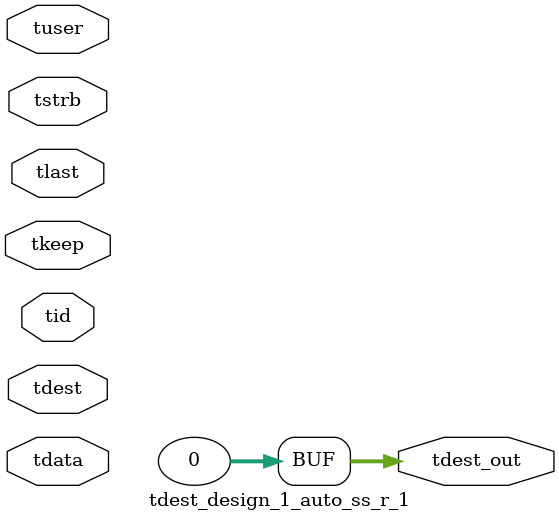
<source format=v>


`timescale 1ps/1ps

module tdest_design_1_auto_ss_r_1 #
(
parameter C_S_AXIS_TDATA_WIDTH = 32,
parameter C_S_AXIS_TUSER_WIDTH = 0,
parameter C_S_AXIS_TID_WIDTH   = 0,
parameter C_S_AXIS_TDEST_WIDTH = 0,
parameter C_M_AXIS_TDEST_WIDTH = 32
)
(
input  [(C_S_AXIS_TDATA_WIDTH == 0 ? 1 : C_S_AXIS_TDATA_WIDTH)-1:0     ] tdata,
input  [(C_S_AXIS_TUSER_WIDTH == 0 ? 1 : C_S_AXIS_TUSER_WIDTH)-1:0     ] tuser,
input  [(C_S_AXIS_TID_WIDTH   == 0 ? 1 : C_S_AXIS_TID_WIDTH)-1:0       ] tid,
input  [(C_S_AXIS_TDEST_WIDTH == 0 ? 1 : C_S_AXIS_TDEST_WIDTH)-1:0     ] tdest,
input  [(C_S_AXIS_TDATA_WIDTH/8)-1:0 ] tkeep,
input  [(C_S_AXIS_TDATA_WIDTH/8)-1:0 ] tstrb,
input                                                                    tlast,
output [C_M_AXIS_TDEST_WIDTH-1:0] tdest_out
);

assign tdest_out = {1'b0};

endmodule


</source>
